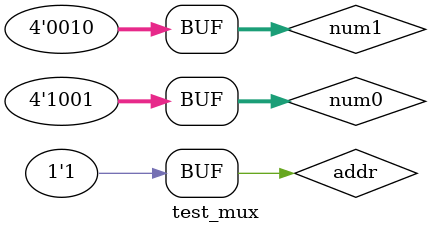
<source format=v>
`timescale 1ns / 1ps
module test_mux();
reg [3:0] num0;
reg [3:0] num1;
reg addr;
wire [3:0] out;

initial begin
    num0 = 4'b1001;
    num1 = 4'b1100;
    addr = 0;
    #20 addr = 1;
    #20 addr = 0;
    #20 num1 = 4'b0010;
    #20 addr = 1;
end 

Mux_8421_2_to_1 u(num0, num1, addr, out);

endmodule

</source>
